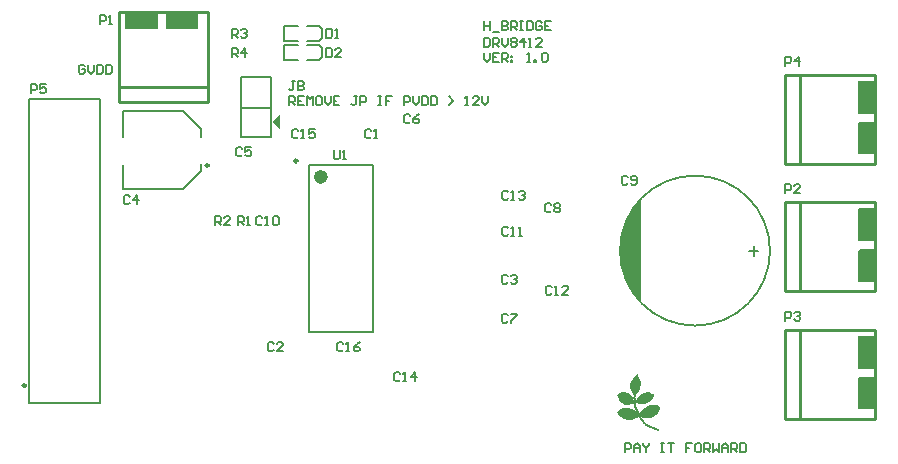
<source format=gto>
G04*
G04 #@! TF.GenerationSoftware,Altium Limited,Altium Designer,20.2.7 (254)*
G04*
G04 Layer_Color=65535*
%FSLAX24Y24*%
%MOIN*%
G70*
G04*
G04 #@! TF.SameCoordinates,A2DF4F17-84A0-47B6-94FA-DBA5B2F971EF*
G04*
G04*
G04 #@! TF.FilePolarity,Positive*
G04*
G01*
G75*
%ADD10C,0.0070*%
%ADD11C,0.0098*%
%ADD12C,0.0236*%
%ADD13R,0.0100X0.0100*%
%ADD14C,0.0079*%
%ADD15C,0.0100*%
%ADD16C,0.0050*%
%ADD17C,0.0079*%
G36*
X26230Y35620D02*
X26243Y35590D01*
Y35090D01*
X26230Y35060D01*
X26200Y35047D01*
X25200D01*
X25170Y35060D01*
X25157Y35090D01*
Y35590D01*
X25170Y35620D01*
X25200Y35633D01*
X26200D01*
X26230Y35620D01*
D02*
G37*
G36*
X24878Y35618D02*
X24894Y35580D01*
Y35080D01*
X24878Y35042D01*
X24840Y35026D01*
X23840D01*
X23802Y35042D01*
X23786Y35080D01*
Y35580D01*
X23802Y35618D01*
X23840Y35634D01*
X24840D01*
X24878Y35618D01*
D02*
G37*
G36*
X48818Y33298D02*
X48834Y33260D01*
Y32260D01*
X48818Y32222D01*
X48780Y32206D01*
X48280D01*
X48242Y32222D01*
X48226Y32260D01*
Y33260D01*
X48242Y33298D01*
X48280Y33314D01*
X48780D01*
X48818Y33298D01*
D02*
G37*
G36*
X28960Y31700D02*
X28710Y31950D01*
X28960Y32200D01*
Y31700D01*
D02*
G37*
G36*
X48820Y31930D02*
X48833Y31900D01*
Y30900D01*
X48820Y30870D01*
X48790Y30857D01*
X48290D01*
X48260Y30870D01*
X48247Y30900D01*
Y31900D01*
X48260Y31930D01*
X48290Y31943D01*
X48790D01*
X48820Y31930D01*
D02*
G37*
G36*
X40990Y25910D02*
X40590Y26490D01*
X40390Y26950D01*
X40320Y27310D01*
X40300Y27650D01*
X40310Y27940D01*
X40460Y28550D01*
X40620Y28890D01*
X40790Y29160D01*
X40800Y29140D01*
X40990Y29400D01*
Y25910D01*
D02*
G37*
G36*
X48818Y29048D02*
X48834Y29010D01*
Y28010D01*
X48818Y27972D01*
X48780Y27956D01*
X48280D01*
X48242Y27972D01*
X48226Y28010D01*
Y29010D01*
X48242Y29048D01*
X48280Y29064D01*
X48780D01*
X48818Y29048D01*
D02*
G37*
G36*
X48820Y27680D02*
X48833Y27650D01*
Y26650D01*
X48820Y26620D01*
X48790Y26607D01*
X48290D01*
X48260Y26620D01*
X48247Y26650D01*
Y27650D01*
X48260Y27680D01*
X48290Y27693D01*
X48790D01*
X48820Y27680D01*
D02*
G37*
G36*
X48818Y24798D02*
X48834Y24760D01*
Y23760D01*
X48818Y23722D01*
X48780Y23706D01*
X48280D01*
X48242Y23722D01*
X48226Y23760D01*
Y24760D01*
X48242Y24798D01*
X48280Y24814D01*
X48780D01*
X48818Y24798D01*
D02*
G37*
G36*
X40437Y22928D02*
X40438Y22929D01*
X40438Y22929D01*
X40438Y22930D01*
X40440Y22930D01*
X40442Y22930D01*
X40496Y22921D01*
X40496Y22920D01*
X40497Y22920D01*
X40579Y22889D01*
X40580Y22888D01*
X40580Y22888D01*
X40625Y22860D01*
X40625Y22860D01*
X40625Y22859D01*
X40660Y22831D01*
X40660Y22830D01*
X40661Y22830D01*
X40718Y22741D01*
X40718Y22740D01*
X40718Y22740D01*
X40763Y22639D01*
X40763Y22638D01*
X40763Y22637D01*
Y22570D01*
X40763Y22570D01*
X40763Y22569D01*
X40762Y22568D01*
X40761Y22567D01*
X40761Y22566D01*
X40760Y22566D01*
X40726Y22547D01*
X40725Y22547D01*
X40725Y22546D01*
X40687Y22530D01*
X40686Y22530D01*
X40686Y22530D01*
X40641Y22524D01*
X40641Y22524D01*
X40641Y22524D01*
X40587Y22517D01*
X40587Y22517D01*
X40587Y22517D01*
X40479D01*
X40478Y22518D01*
X40477Y22518D01*
X40439Y22530D01*
X40439Y22531D01*
X40438Y22531D01*
X40378Y22562D01*
X40378Y22563D01*
X40377Y22563D01*
X40308Y22630D01*
X40307Y22630D01*
X40307Y22631D01*
X40281Y22672D01*
X40281Y22672D01*
X40281Y22672D01*
X40262Y22704D01*
X40262Y22704D01*
X40262Y22704D01*
X40227Y22787D01*
X40227Y22787D01*
X40227Y22787D01*
X40208Y22841D01*
X40208Y22842D01*
X40208Y22843D01*
X40208Y22844D01*
X40208Y22845D01*
X40209Y22846D01*
X40210Y22847D01*
X40267Y22891D01*
X40268Y22892D01*
X40268Y22892D01*
X40316Y22908D01*
X40316Y22908D01*
X40316Y22908D01*
X40367Y22924D01*
X40367Y22924D01*
X40368Y22924D01*
X40415Y22930D01*
X40416Y22930D01*
X40416Y22930D01*
X40437Y22928D01*
D02*
G37*
G36*
X41268Y22924D02*
X41269Y22924D01*
X41332Y22908D01*
X41333Y22908D01*
X41333Y22908D01*
X41381Y22886D01*
X41381Y22886D01*
X41381Y22886D01*
X41402Y22875D01*
X41434Y22859D01*
X41435Y22858D01*
X41436Y22857D01*
X41436Y22856D01*
X41436Y22856D01*
X41436Y22855D01*
X41437Y22855D01*
X41437Y22854D01*
X41437Y22854D01*
X41437Y22852D01*
X41438Y22851D01*
X41425Y22803D01*
X41425Y22803D01*
Y22803D01*
X41402Y22749D01*
X41402Y22748D01*
X41402Y22748D01*
X41374Y22703D01*
X41373Y22703D01*
X41373Y22703D01*
X41329Y22646D01*
X41328Y22646D01*
X41328Y22645D01*
X41271Y22595D01*
X41271Y22594D01*
X41270Y22594D01*
X41194Y22556D01*
X41194Y22556D01*
X41194Y22556D01*
X41143Y22537D01*
X41142Y22537D01*
X41141Y22536D01*
X41048Y22529D01*
X41048Y22529D01*
X41048Y22529D01*
X41010D01*
X41009Y22529D01*
X41009Y22529D01*
X40962Y22539D01*
X40962Y22539D01*
X40961Y22539D01*
X40920Y22548D01*
X40920Y22548D01*
X40920Y22548D01*
X40867Y22564D01*
X40845Y22567D01*
X40844Y22568D01*
X40842Y22568D01*
X40827Y22577D01*
X40827Y22578D01*
X40826Y22578D01*
X40825Y22579D01*
X40824Y22581D01*
X40824Y22581D01*
X40824Y22581D01*
X40818Y22638D01*
X40818Y22639D01*
X40818Y22639D01*
X40818Y22640D01*
X40819Y22642D01*
X40838Y22673D01*
X40838Y22674D01*
X40838Y22674D01*
X40860Y22705D01*
X40876Y22731D01*
X40876Y22731D01*
X40876Y22731D01*
X40895Y22753D01*
X40911Y22775D01*
X40911Y22776D01*
X40912Y22776D01*
X40930Y22791D01*
X40942Y22807D01*
X40943Y22807D01*
X40943Y22808D01*
X40972Y22830D01*
X40972Y22830D01*
X40972Y22830D01*
X41033Y22869D01*
X41034Y22869D01*
X41034Y22870D01*
X41091Y22898D01*
X41091Y22898D01*
X41092Y22899D01*
X41146Y22914D01*
X41146Y22914D01*
X41146Y22914D01*
X41206Y22924D01*
X41207Y22924D01*
X41207Y22924D01*
X41268D01*
X41268Y22924D01*
D02*
G37*
G36*
X40885Y23522D02*
X40886Y23522D01*
X40887Y23521D01*
X40889Y23520D01*
X40889Y23520D01*
X40889Y23520D01*
X40911Y23482D01*
X40911Y23481D01*
X40912Y23481D01*
X40924Y23453D01*
X40946Y23409D01*
X40946Y23408D01*
X40946Y23408D01*
X40965Y23351D01*
Y23351D01*
D01*
X40965Y23351D01*
X40966Y23351D01*
X40988Y23262D01*
X40988Y23262D01*
X40988Y23261D01*
Y23169D01*
X40988Y23168D01*
X40988Y23168D01*
X40982Y23102D01*
X40982Y23102D01*
X40982Y23101D01*
X40982Y23101D01*
X40963Y23028D01*
X40962Y23028D01*
X40962Y23027D01*
X40940Y22976D01*
X40939Y22976D01*
X40939Y22975D01*
X40922Y22954D01*
X40907Y22937D01*
X40907Y22937D01*
X40907Y22937D01*
X40790Y22798D01*
X40790Y22798D01*
X40790Y22798D01*
X40790Y22797D01*
X40790Y22797D01*
X40788Y22797D01*
X40787Y22796D01*
X40787Y22796D01*
X40786Y22796D01*
X40786Y22796D01*
X40786Y22796D01*
X40785Y22797D01*
X40783Y22797D01*
X40783Y22797D01*
X40783Y22798D01*
X40782Y22798D01*
X40782Y22798D01*
X40754Y22829D01*
X40753Y22830D01*
X40753Y22830D01*
X40725Y22878D01*
X40725Y22878D01*
X40725Y22878D01*
X40693Y22938D01*
X40693Y22938D01*
X40693Y22939D01*
X40664Y23005D01*
X40664Y23006D01*
X40664Y23006D01*
X40645Y23091D01*
X40645Y23092D01*
X40645Y23093D01*
X40648Y23179D01*
X40648Y23179D01*
X40648Y23180D01*
X40670Y23265D01*
X40670Y23265D01*
X40670Y23266D01*
X40696Y23332D01*
X40696Y23333D01*
X40696Y23333D01*
X40731Y23384D01*
X40731Y23384D01*
X40732Y23385D01*
X40773Y23432D01*
X40773Y23432D01*
X40773Y23433D01*
X40805Y23458D01*
X40840Y23489D01*
X40840Y23489D01*
X40840Y23490D01*
X40881Y23521D01*
X40881Y23521D01*
X40882Y23522D01*
X40883Y23522D01*
X40885Y23522D01*
X40885Y23522D01*
D02*
G37*
G36*
X41419Y22508D02*
X41419Y22508D01*
X41485Y22505D01*
X41488D01*
X41489Y22505D01*
X41490Y22505D01*
X41541Y22489D01*
X41541Y22489D01*
X41541Y22489D01*
X41588Y22470D01*
X41589Y22469D01*
X41590Y22469D01*
X41640Y22428D01*
X41641Y22427D01*
X41642Y22426D01*
X41642Y22425D01*
X41642Y22424D01*
X41642Y22423D01*
X41642Y22422D01*
X41623Y22356D01*
X41623Y22355D01*
X41623Y22355D01*
X41604Y22314D01*
X41604Y22314D01*
X41604Y22313D01*
X41578Y22269D01*
X41578Y22269D01*
X41578Y22269D01*
X41553Y22231D01*
X41553Y22231D01*
X41553Y22230D01*
X41524Y22195D01*
X41524Y22195D01*
X41524Y22195D01*
X41495Y22169D01*
X41495Y22169D01*
X41494Y22169D01*
X41431Y22125D01*
X41431Y22125D01*
X41431Y22124D01*
X41386Y22099D01*
X41386Y22099D01*
X41385Y22099D01*
X41322Y22077D01*
X41322Y22077D01*
X41321Y22076D01*
X41271Y22067D01*
X41270Y22067D01*
X41270Y22067D01*
X41203D01*
X41203Y22067D01*
X41203Y22067D01*
X41060Y22086D01*
X41059Y22086D01*
X41058Y22086D01*
X40982Y22121D01*
X40981Y22122D01*
X40980Y22123D01*
X40980Y22124D01*
X40980Y22124D01*
X40980Y22126D01*
X40979Y22127D01*
X40982Y22144D01*
X40948Y22206D01*
X40948Y22207D01*
X40948Y22207D01*
X40948Y22208D01*
X40948Y22208D01*
X40948Y22209D01*
X40948Y22210D01*
X40948Y22211D01*
X40949Y22211D01*
X41006Y22290D01*
X41006Y22291D01*
X41006Y22291D01*
X41066Y22364D01*
X41067Y22364D01*
X41067Y22364D01*
X41098Y22393D01*
X41099Y22393D01*
X41099Y22393D01*
X41131Y22415D01*
X41131Y22415D01*
X41131Y22416D01*
X41166Y22435D01*
X41223Y22469D01*
X41223Y22469D01*
X41223Y22470D01*
X41290Y22495D01*
X41291Y22495D01*
X41291Y22495D01*
X41357Y22508D01*
X41358Y22508D01*
X41358Y22508D01*
X41419D01*
X41419Y22508D01*
D02*
G37*
G36*
X40554Y22410D02*
X40555Y22410D01*
X40555Y22410D01*
X40615Y22400D01*
X40616Y22400D01*
X40616Y22400D01*
X40654Y22387D01*
X40654Y22387D01*
X40654Y22387D01*
X40708Y22365D01*
X40708Y22365D01*
X40708Y22365D01*
X40756Y22343D01*
X40756Y22343D01*
X40756Y22343D01*
X40789Y22323D01*
X40789Y22323D01*
X40791Y22324D01*
X40791Y22324D01*
X40791Y22324D01*
X40793Y22324D01*
X40795Y22324D01*
X40848Y22289D01*
X40849Y22287D01*
X40851Y22286D01*
X40851Y22286D01*
X40851Y22285D01*
X40850Y22284D01*
X40850Y22282D01*
X40850Y22282D01*
X40850Y22281D01*
X40848Y22280D01*
X40847Y22279D01*
X40847Y22279D01*
X40846Y22279D01*
X40845Y22279D01*
X40843Y22280D01*
X40842Y22280D01*
X40862Y22256D01*
X40862Y22256D01*
X40862Y22256D01*
X40863Y22254D01*
X40863Y22252D01*
X40863Y22252D01*
X40863Y22252D01*
X40861Y22236D01*
X40887Y22209D01*
X40888Y22208D01*
X40888Y22207D01*
X40926Y22115D01*
X40926Y22114D01*
X40927Y22113D01*
X40926Y22113D01*
X40926Y22112D01*
X40926Y22111D01*
Y22111D01*
X40926Y22111D01*
X40925Y22110D01*
X40924Y22109D01*
X40924Y22108D01*
X40822Y22058D01*
X40822Y22058D01*
X40822Y22058D01*
X40758Y22035D01*
X40758Y22035D01*
X40758Y22035D01*
X40695Y22016D01*
X40694Y22016D01*
X40694Y22016D01*
X40631Y22010D01*
X40630Y22010D01*
X40630Y22010D01*
X40541Y22013D01*
X40541Y22013D01*
X40540Y22013D01*
X40493Y22022D01*
X40493Y22023D01*
X40492Y22023D01*
X40444Y22042D01*
X40444Y22042D01*
X40444Y22042D01*
X40393Y22064D01*
X40393Y22064D01*
X40393Y22064D01*
X40339Y22096D01*
X40339Y22097D01*
X40338Y22097D01*
X40326Y22109D01*
X40316Y22111D01*
X40314Y22112D01*
X40312Y22113D01*
X40284Y22148D01*
X40259Y22176D01*
X40259Y22176D01*
X40258Y22176D01*
X40233Y22208D01*
X40233Y22208D01*
X40233Y22209D01*
X40217Y22237D01*
X40217Y22238D01*
X40217Y22238D01*
X40201Y22272D01*
X40201Y22274D01*
X40200Y22275D01*
X40201Y22276D01*
X40201Y22277D01*
X40201Y22277D01*
X40202Y22279D01*
X40262Y22336D01*
X40263Y22336D01*
X40263Y22336D01*
X40304Y22368D01*
X40304Y22368D01*
X40305Y22368D01*
X40337Y22381D01*
X40359Y22391D01*
X40359Y22391D01*
X40359Y22391D01*
X40397Y22403D01*
X40398Y22403D01*
X40398Y22404D01*
X40436Y22410D01*
X40436Y22410D01*
X40437Y22410D01*
X40481Y22413D01*
X40481Y22413D01*
X40482Y22413D01*
X40554Y22410D01*
D02*
G37*
G36*
X48820Y23430D02*
X48833Y23400D01*
Y22400D01*
X48820Y22370D01*
X48790Y22357D01*
X48290D01*
X48260Y22370D01*
X48247Y22400D01*
Y23400D01*
X48260Y23430D01*
X48290Y23443D01*
X48790D01*
X48820Y23430D01*
D02*
G37*
D10*
X45300Y27650D02*
G03*
X45300Y27650I-2500J0D01*
G01*
X44750Y27480D02*
Y27790D01*
X44610Y27640D02*
X44900D01*
X23840Y35080D02*
X24840D01*
X23840D02*
Y35580D01*
X24840D01*
Y35080D02*
Y35580D01*
X25200Y35590D02*
X26200D01*
X25200Y35090D02*
Y35590D01*
Y35090D02*
X26200D01*
Y35590D01*
X28650Y31450D02*
Y33450D01*
X27650Y31450D02*
X28650D01*
X27650D02*
Y33450D01*
X28650D01*
X27660Y32400D02*
X28650D01*
X48280Y28010D02*
Y29010D01*
X48780D01*
Y28010D02*
Y29010D01*
X48280Y28010D02*
X48780D01*
X48790Y26650D02*
Y27650D01*
X48290D02*
X48790D01*
X48290Y26650D02*
Y27650D01*
Y26650D02*
X48790D01*
X48280Y23760D02*
Y24760D01*
X48780D01*
Y23760D02*
Y24760D01*
X48280Y23760D02*
X48780D01*
X48790Y22400D02*
Y23400D01*
X48290D02*
X48790D01*
X48290Y22400D02*
Y23400D01*
Y22400D02*
X48790D01*
X48280Y32260D02*
Y33260D01*
X48780D01*
Y32260D02*
Y33260D01*
X48280Y32260D02*
X48780D01*
X48790Y30900D02*
Y31900D01*
X48290D02*
X48790D01*
X48290Y30900D02*
Y31900D01*
Y30900D02*
X48790D01*
D11*
X26591Y30488D02*
G03*
X26591Y30488I-49J0D01*
G01*
X20493Y23150D02*
G03*
X20493Y23150I-49J0D01*
G01*
X29549Y30645D02*
G03*
X29549Y30645I-49J0D01*
G01*
D12*
X30445Y30107D02*
G03*
X30445Y30107I-118J0D01*
G01*
D13*
X41553Y21681D02*
D03*
D14*
X41348Y21758D02*
X41562Y21681D01*
X41298Y21774D02*
X41348Y21758D01*
X41260Y21796D02*
X41298Y21774D01*
X41183Y21840D02*
X41260Y21796D01*
X41122Y21890D02*
X41183Y21840D01*
X41093Y21917D02*
X41122Y21890D01*
X41056Y21959D02*
X41093Y21917D01*
X41029Y21999D02*
X41056Y21959D01*
X41000Y22050D02*
X41029Y21999D01*
X40933Y22175D02*
X41000Y22050D01*
X40893Y22250D02*
X40933Y22175D01*
X40853Y22346D02*
X40893Y22250D01*
X40845Y22373D02*
X40853Y22346D01*
X40816Y22474D02*
X40845Y22373D01*
X40806Y22530D02*
X40816Y22474D01*
X40792Y22624D02*
X40806Y22530D01*
X40787Y22688D02*
X40792Y22624D01*
X40782Y22746D02*
X40787Y22688D01*
X40782Y22746D02*
X40784Y22816D01*
X40790Y22850D01*
X41348Y21758D02*
X41562Y21681D01*
X41298Y21774D02*
X41348Y21758D01*
X41260Y21796D02*
X41298Y21774D01*
X41183Y21840D02*
X41260Y21796D01*
X41122Y21890D02*
X41183Y21840D01*
X41093Y21917D02*
X41122Y21890D01*
X41056Y21959D02*
X41093Y21917D01*
X41029Y21999D02*
X41056Y21959D01*
X41000Y22050D02*
X41029Y21999D01*
X40933Y22175D02*
X41000Y22050D01*
X40893Y22250D02*
X40933Y22175D01*
X40853Y22346D02*
X40893Y22250D01*
X40845Y22373D02*
X40853Y22346D01*
X40816Y22474D02*
X40845Y22373D01*
X40806Y22530D02*
X40816Y22474D01*
X40792Y22624D02*
X40806Y22530D01*
X40787Y22688D02*
X40792Y22624D01*
X40782Y22746D02*
X40787Y22688D01*
X40782Y22746D02*
X40784Y22816D01*
X40790Y22850D01*
D15*
X23600Y33100D02*
X26550D01*
Y32600D02*
Y35600D01*
X23584Y32600D02*
X26550D01*
X23584D02*
Y35600D01*
X26550D01*
X46300Y26300D02*
Y29250D01*
X45800Y26300D02*
X48800D01*
X45800D02*
Y29266D01*
X48800D01*
Y26300D02*
Y29266D01*
X46300Y22050D02*
Y25000D01*
X45800Y22050D02*
X48800D01*
X45800D02*
Y25016D01*
X48800D01*
Y22050D02*
Y25016D01*
X46300Y30550D02*
Y33500D01*
X45800Y30550D02*
X48800D01*
X45800D02*
Y33516D01*
X48800D01*
Y30550D02*
Y33516D01*
D16*
X29100Y34650D02*
Y35150D01*
X30250Y34650D02*
X30350Y34750D01*
X30250Y35150D02*
X30350Y35050D01*
Y34750D02*
Y35050D01*
X29850Y35150D02*
X30250D01*
X29100D02*
X29550D01*
X29850Y34650D02*
X30250D01*
X29100D02*
X29550D01*
X29100Y34000D02*
Y34500D01*
X30250Y34000D02*
X30350Y34100D01*
X30250Y34500D02*
X30350Y34400D01*
Y34100D02*
Y34400D01*
X29850Y34500D02*
X30250D01*
X29100D02*
X29550D01*
X29850Y34000D02*
X30250D01*
X29100D02*
X29550D01*
X36550Y26800D02*
X36500Y26850D01*
X36400D01*
X36350Y26800D01*
Y26600D01*
X36400Y26550D01*
X36500D01*
X36550Y26600D01*
X36650Y26800D02*
X36700Y26850D01*
X36800D01*
X36850Y26800D01*
Y26750D01*
X36800Y26700D01*
X36750D01*
X36800D01*
X36850Y26650D01*
Y26600D01*
X36800Y26550D01*
X36700D01*
X36650Y26600D01*
X36575Y28400D02*
X36525Y28450D01*
X36425D01*
X36375Y28400D01*
Y28200D01*
X36425Y28150D01*
X36525D01*
X36575Y28200D01*
X36675Y28150D02*
X36775D01*
X36725D01*
Y28450D01*
X36675Y28400D01*
X36925Y28150D02*
X37025D01*
X36975D01*
Y28450D01*
X36925Y28400D01*
X36550Y25500D02*
X36500Y25550D01*
X36400D01*
X36350Y25500D01*
Y25300D01*
X36400Y25250D01*
X36500D01*
X36550Y25300D01*
X36650Y25550D02*
X36850D01*
Y25500D01*
X36650Y25300D01*
Y25250D01*
X36575Y29600D02*
X36525Y29650D01*
X36425D01*
X36375Y29600D01*
Y29400D01*
X36425Y29350D01*
X36525D01*
X36575Y29400D01*
X36675Y29350D02*
X36775D01*
X36725D01*
Y29650D01*
X36675Y29600D01*
X36925D02*
X36975Y29650D01*
X37075D01*
X37125Y29600D01*
Y29550D01*
X37075Y29500D01*
X37025D01*
X37075D01*
X37125Y29450D01*
Y29400D01*
X37075Y29350D01*
X36975D01*
X36925Y29400D01*
X40453Y20931D02*
Y21231D01*
X40603D01*
X40653Y21181D01*
Y21081D01*
X40603Y21031D01*
X40453D01*
X40753Y20931D02*
Y21131D01*
X40853Y21231D01*
X40953Y21131D01*
Y20931D01*
Y21081D01*
X40753D01*
X41052Y21231D02*
Y21181D01*
X41152Y21081D01*
X41252Y21181D01*
Y21231D01*
X41152Y21081D02*
Y20931D01*
X41652Y21231D02*
X41752D01*
X41702D01*
Y20931D01*
X41652D01*
X41752D01*
X41902Y21231D02*
X42102D01*
X42002D01*
Y20931D01*
X42702Y21231D02*
X42502D01*
Y21081D01*
X42602D01*
X42502D01*
Y20931D01*
X42952Y21231D02*
X42852D01*
X42802Y21181D01*
Y20981D01*
X42852Y20931D01*
X42952D01*
X43002Y20981D01*
Y21181D01*
X42952Y21231D01*
X43102Y20931D02*
Y21231D01*
X43252D01*
X43302Y21181D01*
Y21081D01*
X43252Y21031D01*
X43102D01*
X43202D02*
X43302Y20931D01*
X43402Y21231D02*
Y20931D01*
X43502Y21031D01*
X43602Y20931D01*
Y21231D01*
X43702Y20931D02*
Y21131D01*
X43802Y21231D01*
X43902Y21131D01*
Y20931D01*
Y21081D01*
X43702D01*
X44002Y20931D02*
Y21231D01*
X44151D01*
X44201Y21181D01*
Y21081D01*
X44151Y21031D01*
X44002D01*
X44101D02*
X44201Y20931D01*
X44301Y21231D02*
Y20931D01*
X44451D01*
X44501Y20981D01*
Y21181D01*
X44451Y21231D01*
X44301D01*
X29450Y33300D02*
X29350D01*
X29400D01*
Y33050D01*
X29350Y33000D01*
X29300D01*
X29250Y33050D01*
X29550Y33300D02*
Y33000D01*
X29700D01*
X29750Y33050D01*
Y33100D01*
X29700Y33150D01*
X29550D01*
X29700D01*
X29750Y33200D01*
Y33250D01*
X29700Y33300D01*
X29550D01*
X29250Y32500D02*
Y32800D01*
X29400D01*
X29450Y32750D01*
Y32650D01*
X29400Y32600D01*
X29250D01*
X29350D02*
X29450Y32500D01*
X29750Y32800D02*
X29550D01*
Y32500D01*
X29750D01*
X29550Y32650D02*
X29650D01*
X29850Y32500D02*
Y32800D01*
X29950Y32700D01*
X30050Y32800D01*
Y32500D01*
X30300Y32800D02*
X30200D01*
X30150Y32750D01*
Y32550D01*
X30200Y32500D01*
X30300D01*
X30350Y32550D01*
Y32750D01*
X30300Y32800D01*
X30450D02*
Y32600D01*
X30550Y32500D01*
X30650Y32600D01*
Y32800D01*
X30949D02*
X30750D01*
Y32500D01*
X30949D01*
X30750Y32650D02*
X30849D01*
X31549Y32800D02*
X31449D01*
X31499D01*
Y32550D01*
X31449Y32500D01*
X31399D01*
X31349Y32550D01*
X31649Y32500D02*
Y32800D01*
X31799D01*
X31849Y32750D01*
Y32650D01*
X31799Y32600D01*
X31649D01*
X32249Y32800D02*
X32349D01*
X32299D01*
Y32500D01*
X32249D01*
X32349D01*
X32699Y32800D02*
X32499D01*
Y32650D01*
X32599D01*
X32499D01*
Y32500D01*
X33099D02*
Y32800D01*
X33249D01*
X33299Y32750D01*
Y32650D01*
X33249Y32600D01*
X33099D01*
X33399Y32800D02*
Y32600D01*
X33499Y32500D01*
X33599Y32600D01*
Y32800D01*
X33699D02*
Y32500D01*
X33849D01*
X33898Y32550D01*
Y32750D01*
X33849Y32800D01*
X33699D01*
X33998D02*
Y32500D01*
X34148D01*
X34198Y32550D01*
Y32750D01*
X34148Y32800D01*
X33998D01*
X34598Y32500D02*
X34748Y32650D01*
X34598Y32800D01*
X35148Y32500D02*
X35248D01*
X35198D01*
Y32800D01*
X35148Y32750D01*
X35598Y32500D02*
X35398D01*
X35598Y32700D01*
Y32750D01*
X35548Y32800D01*
X35448D01*
X35398Y32750D01*
X35698Y32800D02*
Y32600D01*
X35798Y32500D01*
X35898Y32600D01*
Y32800D01*
X35750Y35300D02*
Y35000D01*
Y35150D01*
X35950D01*
Y35300D01*
Y35000D01*
X36050Y34950D02*
X36250D01*
X36350Y35300D02*
Y35000D01*
X36500D01*
X36550Y35050D01*
Y35100D01*
X36500Y35150D01*
X36350D01*
X36500D01*
X36550Y35200D01*
Y35250D01*
X36500Y35300D01*
X36350D01*
X36650Y35000D02*
Y35300D01*
X36800D01*
X36850Y35250D01*
Y35150D01*
X36800Y35100D01*
X36650D01*
X36750D02*
X36850Y35000D01*
X36950Y35300D02*
X37050D01*
X37000D01*
Y35000D01*
X36950D01*
X37050D01*
X37200Y35300D02*
Y35000D01*
X37349D01*
X37399Y35050D01*
Y35250D01*
X37349Y35300D01*
X37200D01*
X37699Y35250D02*
X37649Y35300D01*
X37549D01*
X37499Y35250D01*
Y35050D01*
X37549Y35000D01*
X37649D01*
X37699Y35050D01*
Y35150D01*
X37599D01*
X37999Y35300D02*
X37799D01*
Y35000D01*
X37999D01*
X37799Y35150D02*
X37899D01*
X35750Y34250D02*
Y34050D01*
X35850Y33950D01*
X35950Y34050D01*
Y34250D01*
X36250D02*
X36050D01*
Y33950D01*
X36250D01*
X36050Y34100D02*
X36150D01*
X36350Y33950D02*
Y34250D01*
X36500D01*
X36550Y34200D01*
Y34100D01*
X36500Y34050D01*
X36350D01*
X36450D02*
X36550Y33950D01*
X36650Y34150D02*
X36700D01*
Y34100D01*
X36650D01*
Y34150D01*
Y34000D02*
X36700D01*
Y33950D01*
X36650D01*
Y34000D01*
X37200Y33950D02*
X37299D01*
X37250D01*
Y34250D01*
X37200Y34200D01*
X37449Y33950D02*
Y34000D01*
X37499D01*
Y33950D01*
X37449D01*
X37699Y34200D02*
X37749Y34250D01*
X37849D01*
X37899Y34200D01*
Y34000D01*
X37849Y33950D01*
X37749D01*
X37699Y34000D01*
Y34200D01*
X35750Y34750D02*
Y34450D01*
X35900D01*
X35950Y34500D01*
Y34700D01*
X35900Y34750D01*
X35750D01*
X36050Y34450D02*
Y34750D01*
X36200D01*
X36250Y34700D01*
Y34600D01*
X36200Y34550D01*
X36050D01*
X36150D02*
X36250Y34450D01*
X36350Y34750D02*
Y34550D01*
X36450Y34450D01*
X36550Y34550D01*
Y34750D01*
X36650Y34700D02*
X36700Y34750D01*
X36800D01*
X36850Y34700D01*
Y34650D01*
X36800Y34600D01*
X36850Y34550D01*
Y34500D01*
X36800Y34450D01*
X36700D01*
X36650Y34500D01*
Y34550D01*
X36700Y34600D01*
X36650Y34650D01*
Y34700D01*
X36700Y34600D02*
X36800D01*
X37100Y34450D02*
Y34750D01*
X36950Y34600D01*
X37150D01*
X37250Y34450D02*
X37349D01*
X37299D01*
Y34750D01*
X37250Y34700D01*
X37699Y34450D02*
X37499D01*
X37699Y34650D01*
Y34700D01*
X37649Y34750D01*
X37549D01*
X37499Y34700D01*
X22450Y33800D02*
X22400Y33850D01*
X22300D01*
X22250Y33800D01*
Y33600D01*
X22300Y33550D01*
X22400D01*
X22450Y33600D01*
Y33700D01*
X22350D01*
X22550Y33850D02*
Y33650D01*
X22650Y33550D01*
X22750Y33650D01*
Y33850D01*
X22850D02*
Y33550D01*
X23000D01*
X23050Y33600D01*
Y33800D01*
X23000Y33850D01*
X22850D01*
X23150D02*
Y33550D01*
X23300D01*
X23350Y33600D01*
Y33800D01*
X23300Y33850D01*
X23150D01*
X27350Y34100D02*
Y34400D01*
X27500D01*
X27550Y34350D01*
Y34250D01*
X27500Y34200D01*
X27350D01*
X27450D02*
X27550Y34100D01*
X27800D02*
Y34400D01*
X27650Y34250D01*
X27850D01*
X27350Y34750D02*
Y35050D01*
X27500D01*
X27550Y35000D01*
Y34900D01*
X27500Y34850D01*
X27350D01*
X27450D02*
X27550Y34750D01*
X27650Y35000D02*
X27700Y35050D01*
X27800D01*
X27850Y35000D01*
Y34950D01*
X27800Y34900D01*
X27750D01*
X27800D01*
X27850Y34850D01*
Y34800D01*
X27800Y34750D01*
X27700D01*
X27650Y34800D01*
X30500Y34400D02*
Y34100D01*
X30650D01*
X30700Y34150D01*
Y34350D01*
X30650Y34400D01*
X30500D01*
X31000Y34100D02*
X30800D01*
X31000Y34300D01*
Y34350D01*
X30950Y34400D01*
X30850D01*
X30800Y34350D01*
X30500Y35050D02*
Y34750D01*
X30650D01*
X30700Y34800D01*
Y35000D01*
X30650Y35050D01*
X30500D01*
X30800Y34750D02*
X30900D01*
X30850D01*
Y35050D01*
X30800Y35000D01*
X30750Y31000D02*
Y30750D01*
X30800Y30700D01*
X30900D01*
X30950Y30750D01*
Y31000D01*
X31050Y30700D02*
X31150D01*
X31100D01*
Y31000D01*
X31050Y30950D01*
X26800Y28500D02*
Y28800D01*
X26950D01*
X27000Y28750D01*
Y28650D01*
X26950Y28600D01*
X26800D01*
X26900D02*
X27000Y28500D01*
X27300D02*
X27100D01*
X27300Y28700D01*
Y28750D01*
X27250Y28800D01*
X27150D01*
X27100Y28750D01*
X27550Y28500D02*
Y28800D01*
X27700D01*
X27750Y28750D01*
Y28650D01*
X27700Y28600D01*
X27550D01*
X27650D02*
X27750Y28500D01*
X27850D02*
X27950D01*
X27900D01*
Y28800D01*
X27850Y28750D01*
X20650Y32900D02*
Y33200D01*
X20800D01*
X20850Y33150D01*
Y33050D01*
X20800Y33000D01*
X20650D01*
X21150Y33200D02*
X20950D01*
Y33050D01*
X21050Y33100D01*
X21100D01*
X21150Y33050D01*
Y32950D01*
X21100Y32900D01*
X21000D01*
X20950Y32950D01*
X45800Y33820D02*
Y34120D01*
X45950D01*
X46000Y34070D01*
Y33970D01*
X45950Y33920D01*
X45800D01*
X46250Y33820D02*
Y34120D01*
X46100Y33970D01*
X46300D01*
X45800Y25320D02*
Y25620D01*
X45950D01*
X46000Y25570D01*
Y25470D01*
X45950Y25420D01*
X45800D01*
X46100Y25570D02*
X46150Y25620D01*
X46250D01*
X46300Y25570D01*
Y25520D01*
X46250Y25470D01*
X46200D01*
X46250D01*
X46300Y25420D01*
Y25370D01*
X46250Y25320D01*
X46150D01*
X46100Y25370D01*
X45800Y29570D02*
Y29870D01*
X45950D01*
X46000Y29820D01*
Y29720D01*
X45950Y29670D01*
X45800D01*
X46300Y29570D02*
X46100D01*
X46300Y29770D01*
Y29820D01*
X46250Y29870D01*
X46150D01*
X46100Y29820D01*
X22950Y35200D02*
Y35500D01*
X23100D01*
X23150Y35450D01*
Y35350D01*
X23100Y35300D01*
X22950D01*
X23250Y35200D02*
X23350D01*
X23300D01*
Y35500D01*
X23250Y35450D01*
X31075Y24550D02*
X31025Y24600D01*
X30925D01*
X30875Y24550D01*
Y24350D01*
X30925Y24300D01*
X31025D01*
X31075Y24350D01*
X31175Y24300D02*
X31275D01*
X31225D01*
Y24600D01*
X31175Y24550D01*
X31625Y24600D02*
X31525Y24550D01*
X31425Y24450D01*
Y24350D01*
X31475Y24300D01*
X31575D01*
X31625Y24350D01*
Y24400D01*
X31575Y24450D01*
X31425D01*
X29575Y31650D02*
X29525Y31700D01*
X29425D01*
X29375Y31650D01*
Y31450D01*
X29425Y31400D01*
X29525D01*
X29575Y31450D01*
X29675Y31400D02*
X29775D01*
X29725D01*
Y31700D01*
X29675Y31650D01*
X30125Y31700D02*
X29925D01*
Y31550D01*
X30025Y31600D01*
X30075D01*
X30125Y31550D01*
Y31450D01*
X30075Y31400D01*
X29975D01*
X29925Y31450D01*
X32975Y23550D02*
X32925Y23600D01*
X32825D01*
X32775Y23550D01*
Y23350D01*
X32825Y23300D01*
X32925D01*
X32975Y23350D01*
X33075Y23300D02*
X33175D01*
X33125D01*
Y23600D01*
X33075Y23550D01*
X33475Y23300D02*
Y23600D01*
X33325Y23450D01*
X33525D01*
X38025Y26426D02*
X37975Y26476D01*
X37875D01*
X37825Y26426D01*
Y26226D01*
X37875Y26176D01*
X37975D01*
X38025Y26226D01*
X38125Y26176D02*
X38225D01*
X38175D01*
Y26476D01*
X38125Y26426D01*
X38575Y26176D02*
X38375D01*
X38575Y26376D01*
Y26426D01*
X38525Y26476D01*
X38425D01*
X38375Y26426D01*
X28375Y28750D02*
X28325Y28800D01*
X28225D01*
X28175Y28750D01*
Y28550D01*
X28225Y28500D01*
X28325D01*
X28375Y28550D01*
X28475Y28500D02*
X28575D01*
X28525D01*
Y28800D01*
X28475Y28750D01*
X28725D02*
X28775Y28800D01*
X28875D01*
X28925Y28750D01*
Y28550D01*
X28875Y28500D01*
X28775D01*
X28725Y28550D01*
Y28750D01*
X40550Y30100D02*
X40500Y30150D01*
X40400D01*
X40350Y30100D01*
Y29900D01*
X40400Y29850D01*
X40500D01*
X40550Y29900D01*
X40650D02*
X40700Y29850D01*
X40800D01*
X40850Y29900D01*
Y30100D01*
X40800Y30150D01*
X40700D01*
X40650Y30100D01*
Y30050D01*
X40700Y30000D01*
X40850D01*
X38000Y29176D02*
X37950Y29226D01*
X37850D01*
X37800Y29176D01*
Y28976D01*
X37850Y28926D01*
X37950D01*
X38000Y28976D01*
X38100Y29176D02*
X38150Y29226D01*
X38250D01*
X38300Y29176D01*
Y29126D01*
X38250Y29076D01*
X38300Y29026D01*
Y28976D01*
X38250Y28926D01*
X38150D01*
X38100Y28976D01*
Y29026D01*
X38150Y29076D01*
X38100Y29126D01*
Y29176D01*
X38150Y29076D02*
X38250D01*
X33300Y32150D02*
X33250Y32200D01*
X33150D01*
X33100Y32150D01*
Y31950D01*
X33150Y31900D01*
X33250D01*
X33300Y31950D01*
X33600Y32200D02*
X33500Y32150D01*
X33400Y32050D01*
Y31950D01*
X33450Y31900D01*
X33550D01*
X33600Y31950D01*
Y32000D01*
X33550Y32050D01*
X33400D01*
X27700Y31050D02*
X27650Y31100D01*
X27550D01*
X27500Y31050D01*
Y30850D01*
X27550Y30800D01*
X27650D01*
X27700Y30850D01*
X28000Y31100D02*
X27800D01*
Y30950D01*
X27900Y31000D01*
X27950D01*
X28000Y30950D01*
Y30850D01*
X27950Y30800D01*
X27850D01*
X27800Y30850D01*
X23950Y29450D02*
X23900Y29500D01*
X23800D01*
X23750Y29450D01*
Y29250D01*
X23800Y29200D01*
X23900D01*
X23950Y29250D01*
X24200Y29200D02*
Y29500D01*
X24050Y29350D01*
X24250D01*
X28750Y24550D02*
X28700Y24600D01*
X28600D01*
X28550Y24550D01*
Y24350D01*
X28600Y24300D01*
X28700D01*
X28750Y24350D01*
X29050Y24300D02*
X28850D01*
X29050Y24500D01*
Y24550D01*
X29000Y24600D01*
X28900D01*
X28850Y24550D01*
X32000Y31650D02*
X31950Y31700D01*
X31850D01*
X31800Y31650D01*
Y31450D01*
X31850Y31400D01*
X31950D01*
X32000Y31450D01*
X32100Y31400D02*
X32200D01*
X32150D01*
Y31700D01*
X32100Y31650D01*
D17*
X25744Y32299D02*
X26335Y31709D01*
X25744Y29701D02*
X26335Y30291D01*
X23736Y29701D02*
Y30508D01*
Y31453D02*
Y32299D01*
Y29701D02*
X25744D01*
X23736Y32299D02*
X25744D01*
X26335Y30291D02*
Y30547D01*
Y31453D02*
Y31709D01*
X20611Y22583D02*
Y32717D01*
Y22583D02*
X22953D01*
Y32717D01*
X20611D02*
X22953D01*
X29933Y24949D02*
X32059D01*
X29933Y30501D02*
X32059D01*
Y24949D02*
Y30501D01*
X29933Y24949D02*
Y30501D01*
M02*

</source>
